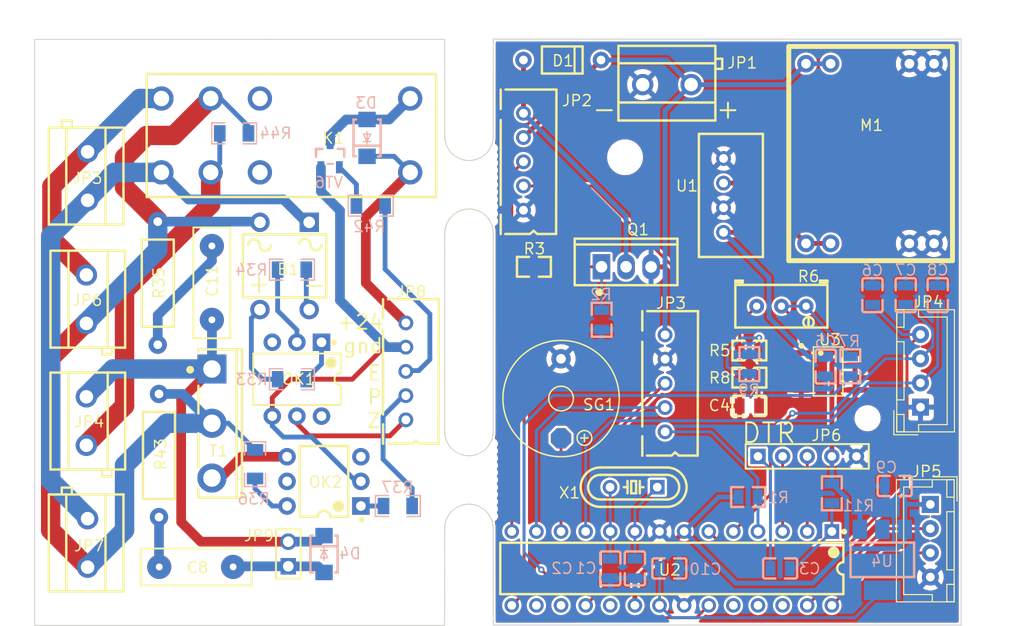
<source format=kicad_pcb>
(kicad_pcb (version 20211014) (generator pcbnew)
  (layers (0 "F.Cu" signal) (31 "B.Cu" signal) (34 "B.Paste" user) (35 "F.Paste" user) (36 "B.SilkS" user "B.Silkscreen") (37 "F.SilkS" user "F.Silkscreen") (38 "B.Mask" user) (39 "F.Mask" user) (44 "Edge.Cuts" user))
  (net 0 "")
  (net 1 "AC1_IN")
  (net 2 "HOT_GUN_AC2")
  (net 3 "AC1")
  (net 4 "GND")
  (net 5 "AC_ZERO")
  (net 6 "T1_1")
  (net 7 "T1_3")
  (net 8 "+24V")
  (net 9 "HOT_GUN_ENABLE")
  (net 10 "AC2")
  (net 11 "K1_8")
  (net 12 "GUN_POWER")
  (net 13 "OK2_6")
  (net 14 "OK1_1")
  (net 15 "B1_3")
  (net 16 "OK1_2")
  (net 17 "B1_4")
  (net 18 "VT6_2")
  (net 19 "R35_1")
  (net 20 "JP9_1")
  (net 21 "R43_1")
  (net 22 "OK2_1")
  (net 23 "+5V")
  (net 24 "24V")
  (net 25 "AC_RELAY")
  (net 26 "BTN")
  (net 27 "D1_1")
  (net 28 "ENC_L")
  (net 29 "ENC_R")
  (net 30 "FAN_POWER")
  (net 31 "GUN_REED")
  (net 32 "GUN_TEMP")
  (net 33 "JP6_1")
  (net 34 "R2_2")
  (net 35 "R5_1")
  (net 36 "R7_2")
  (net 37 "R8_1")
  (net 38 "R8_2")
  (net 39 "R9_2")
  (net 40 "SCL")
  (net 41 "SDA")
  (net 42 "SG1_+")
  (net 43 "U1_2")
  (net 44 "U2_1")
  (net 45 "U2_10")
  (net 46 "U2_2")
  (net 47 "U2_21")
  (net 48 "U2_3")
  (net 49 "U2_9")
  (footprint "easyeda:SOT-23-3_L2.9-W1.3-P1.90-LS2.4-TR" (layer "F.Cu") (at 136.759 76.34 90)
    (fp_text reference "VT6")
    (fp_text value "2N2222" hide)
  )
  (footprint "easyeda:DIO-BG-TH_DF" (layer "F.Cu") (at 132.06 87.77 -90)
    (fp_text reference "B1")
    (fp_text value "-")
  )
  (footprint "easyeda:DIP-6_L7.3-W6.5-P2.54-LS7.6-BL" (layer "F.Cu") (at 136.124 109.995 90)
    (fp_text reference "OK2")
    (fp_text value "MOC3052" hide)
  )
  (footprint "easyeda:R0805" (layer "F.Cu") (at 180.01 97.894 90)
    (fp_text reference "R9")
    (fp_text value "1k" hide)
  )
  (footprint "easyeda:R_AXIAL-0.5" (layer "F.Cu") (at 119.106 107.327 90)
    (fp_text reference "R43")
    (fp_text value "1.8k" hide)
  )
  (footprint "easyeda:C0805" (layer "F.Cu") (at 194.996 110.467 180)
    (fp_text reference "C9")
    (fp_text value "100u" hide)
  )
  (footprint "easyeda:HDR-M-2.54_1X2" (layer "F.Cu") (at 132.441 117.487 90)
    (fp_text reference "JP9")
    (fp_text value "LED" hide)
  )
  (footprint "easyeda:RES-ADJ_3296W" (layer "F.Cu") (at 183.312 91.925 -90)
    (fp_text reference "R6")
    (fp_text value "500k" hide)
  )
  (footprint "easyeda:R0805" (layer "F.Cu") (at 164.77 93.322 -90)
    (fp_text reference "R2")
    (fp_text value "10k" hide)
  )
  (footprint "easyeda:C0805" (layer "F.Cu") (at 168.199 118.976 90)
    (fp_text reference "C1")
    (fp_text value "22pF" hide)
  )
  (footprint "easyeda:C0805" (layer "F.Cu") (at 171.755 118.976)
    (fp_text reference "C10")
    (fp_text value "100u" hide)
  )
  (footprint "easyeda:AMS_1117" (layer "F.Cu") (at 193.726 118.087 180)
    (fp_text reference "U4")
    (fp_text value "1117-3.3" hide)
  )
  (footprint "easyeda:TOP3_L15.3-W4.5-P5.60-L" (layer "F.Cu") (at 124.567 104.026 -90)
    (fp_text reference "T1")
    (fp_text value "BTA41-600BRG" hide)
  )
  (footprint "easyeda:R1206" (layer "F.Cu") (at 140.95 81.547 180)
    (fp_text reference "R42")
    (fp_text value "1k" hide)
  )
  (footprint "easyeda:R1206" (layer "F.Cu") (at 132.822 88.151)
    (fp_text reference "R34")
    (fp_text value "43k" hide)
  )
  (footprint "easyeda:TME 0505S" (layer "F.Cu") (at 172.263 79.225 90)
    (fp_text reference "U1")
    (fp_text value "TME 0505S" hide)
  )
  (footprint "easyeda:R0805" (layer "F.Cu") (at 188.519 111.229 90)
    (fp_text reference "R11")
    (fp_text value "10k" hide)
  )
  (footprint "easyeda:SMAF_L3.5-W2.6-LS4.7-RD" (layer "F.Cu") (at 140.569 74.561 -90)
    (fp_text reference "D3")
    (fp_text value "1N4001" hide)
  )
  (footprint "AutoGenerated:MountingHole_3.20mm" (layer "F.Cu") (at 111.613 69.608)
    (fp_text reference "")
    (fp_text value "")
  )
  (footprint "easyeda:RAD-0.3" (layer "F.Cu") (at 122.94 118.82)
    (fp_text reference "C8")
    (fp_text value "100nF" hide)
  )
  (footprint "easyeda:CONN-TH_P5.00_KF301-5.0-2P" (layer "F.Cu") (at 111.613 103.771 -90)
    (fp_text reference "JP4")
    (fp_text value "GUN" hide)
  )
  (footprint "easyeda:R0805" (layer "F.Cu") (at 180.01 99.291 180)
    (fp_text reference "R8")
    (fp_text value "10k" hide)
  )
  (footprint "easyeda:HDR-M-2.54_1X5" (layer "F.Cu") (at 185.979 107.419)
    (fp_text reference "JP6")
    (fp_text value "UART" hide)
  )
  (footprint "AutoGenerated:MountingHole_3.20mm" (layer "F.Cu") (at 167.183 76.558)
    (fp_text reference "")
    (fp_text value "")
  )
  (footprint "easyeda:CONN-TH_P5.00_KF301-5.0-2P" (layer "F.Cu") (at 111.74 116.344 90)
    (fp_text reference "JP7")
    (fp_text value "TO AC-DC 24v" hide)
  )
  (footprint "easyeda:CONN-TH_P5.00_KF301-5.0-2P" (layer "F.Cu") (at 111.613 91.198 -90)
    (fp_text reference "JP6")
    (fp_text value "Main Switch" hide)
  )
  (footprint "mousebite:mouse-bite-5mm-slot" (layer "F.Cu") (at 151.09 79.4 90)
    (fp_text reference "mouse-bite-5mm-slot" hide)
    (fp_text value "VAL**" hide)
  )
  (footprint "easyeda:C0805" (layer "F.Cu") (at 180.01 102.212)
    (fp_text reference "C4")
    (fp_text value "100n" hide)
  )
  (footprint "easyeda:DIP-28_300MIL" (layer "F.Cu") (at 155.499 122.786)
    (fp_text reference "U2")
    (fp_text value "ATMEGA328P-PU" hide)
  )
  (footprint "easyeda:C0805" (layer "F.Cu") (at 199.441 90.782 90)
    (fp_text reference "C8")
    (fp_text value "100n" hide)
  )
  (footprint "AutoGenerated:MountingHole_2.20mm" (layer "F.Cu") (at 192.202 103.482)
    (fp_text reference "")
    (fp_text value "")
  )
  (footprint "easyeda:DIP-6_L8.5-W6.4-P2.54-LS7.6-BL" (layer "F.Cu") (at 133.33 99.454 180)
    (fp_text reference "OK1")
    (fp_text value "4N25M" hide)
  )
  (footprint "easyeda:CONN-TH_P5.00_KF301-5.0-2P" (layer "F.Cu") (at 171.501 69.065)
    (fp_text reference "JP1")
    (fp_text value "24v" hide)
  )
  (footprint "easyeda:C0805" (layer "F.Cu") (at 165.659 118.976 90)
    (fp_text reference "C2")
    (fp_text value "22pF" hide)
  )
  (footprint "easyeda:C0805" (layer "F.Cu") (at 183.185 118.976)
    (fp_text reference "C3")
    (fp_text value "100n" hide)
  )
  (footprint "easyeda:R0805" (layer "F.Cu") (at 157.785 87.861)
    (fp_text reference "R3")
    (fp_text value "100" hide)
  )
  (footprint "easyeda:JST_XH_B04B-XH-A_04X2.50MM_STRAIGHT" (layer "F.Cu") (at 198.679 112.372 -90)
    (fp_text reference "JP5")
    (fp_text value "REF")
  )
  (footprint "mousebite:mouse-bite-5mm-slot" (layer "F.Cu") (at 151.08 109.85 90)
    (fp_text reference "mouse-bite-5mm-slot" hide)
    (fp_text value "VAL**" hide)
  )
  (footprint "easyeda:CONN-TH_P5.00_KF301-5.0-2P" (layer "F.Cu") (at 111.74 78.498 90)
    (fp_text reference "JP3")
    (fp_text value "220v" hide)
  )
  (footprint "easyeda:R0805" (layer "F.Cu") (at 190.424 98.121 -90)
    (fp_text reference "R7")
    (fp_text value "470" hide)
  )
  (footprint "easyeda:C0805" (layer "F.Cu") (at 187.884 98.148 -90)
    (fp_text reference "C5")
    (fp_text value "100n" hide)
  )
  (footprint "easyeda:JST-XH-TH-5-2.5" (layer "F.Cu") (at 142.22 91.198 -90)
    (fp_text reference "JP8")
    (fp_text value "INTERFACE" hide)
  )
  (footprint "easyeda:R1206" (layer "F.Cu") (at 126.853 74.094 180)
    (fp_text reference "R44")
    (fp_text value "1M" hide)
  )
  (footprint "easyeda:R1206" (layer "F.Cu") (at 129.012 108.217 90)
    (fp_text reference "R36")
    (fp_text value "330" hide)
  )
  (footprint "easyeda:SOIC-8_L4.9-W3.9-P1.27-LS6.0-BL" (layer "F.Cu") (at 188.138 98.656 -90)
    (fp_text reference "U3")
    (fp_text value "LM358" hide)
  )
  (footprint "easyeda:JST-XH-TH-5-2.5" (layer "F.Cu") (at 154.356 69.573 -90)
    (fp_text reference "JP2")
    (fp_text value "Air Gun" hide)
  )
  (footprint "easyeda:R1206" (layer "F.Cu") (at 132.822 99.454 180)
    (fp_text reference "R33")
    (fp_text value "43k" hide)
  )
  (footprint "easyeda:R0805" (layer "F.Cu") (at 179.883 111.61 180)
    (fp_text reference "R1")
    (fp_text value "10k" hide)
  )
  (footprint "easyeda:JST_XH_B04B-XH-A_04X2.50MM_STRAIGHT" (layer "F.Cu") (at 197.663 102.339 90)
    (fp_text reference "JP4")
    (fp_text value "REF")
  )
  (footprint "easyeda:HC-49S" (layer "F.Cu") (at 168.072 110.594 180)
    (fp_text reference "X1")
    (fp_text value "16MHz" hide)
  )
  (footprint "easyeda:DO-41_BD2.8-L4.2-P8.00-D0.7-FD" (layer "F.Cu") (at 160.706 66.525)
    (fp_text reference "D1")
    (fp_text value "FR107" hide)
  )
  (footprint "easyeda:R_AXIAL-0.5" (layer "F.Cu") (at 118.979 89.547 90)
    (fp_text reference "R35")
    (fp_text value "39R" hide)
  )
  (footprint "easyeda:JST-XH-TH-5-2.5" (layer "F.Cu") (at 168.961 92.433 -90)
    (fp_text reference "JP3")
    (fp_text value "INTERFACE" hide)
  )
  (footprint "easyeda:TO-220-3_L10.0-W4.5-P2.54-L" (layer "F.Cu") (at 167.31 87.861)
    (fp_text reference "Q1")
    (fp_text value "IRFZ44NPBF" hide)
  )
  (footprint "easyeda:C0805" (layer "F.Cu") (at 196.139 90.782 90)
    (fp_text reference "C7")
    (fp_text value "100n" hide)
  )
  (footprint "easyeda:RELAY-HT14FD-SHG" (layer "F.Cu") (at 132.187 74.307 180)
    (fp_text reference "K1")
    (fp_text value "RTE24024" hide)
  )
  (footprint "easyeda:MP1584" (layer "F.Cu") (at 192.456 76.177 -90)
    (fp_text reference "M1")
    (fp_text value ".Designator")
  )
  (footprint "easyeda:RAD-0.3" (layer "F.Cu") (at 124.56 89.52 -90)
    (fp_text reference "C11")
    (fp_text value "10nF" hide)
  )
  (footprint "easyeda:SMAF_L3.5-W2.6-LS4.7-RD" (layer "F.Cu") (at 136.13 117.49 90)
    (fp_text reference "D4")
    (fp_text value "1N4001F" hide)
  )
  (footprint "easyeda:R0805" (layer "F.Cu") (at 180.01 96.497)
    (fp_text reference "R5")
    (fp_text value "10k" hide)
  )
  (footprint "AutoGenerated:MountingHole_3.20mm" (layer "F.Cu") (at 143.109 119.392)
    (fp_text reference "")
    (fp_text value "")
  )
  (footprint "easyeda:C0805" (layer "F.Cu") (at 192.71 90.782 90)
    (fp_text reference "C6")
    (fp_text value "100n" hide)
  )
  (footprint "easyeda:BUZZER" (layer "F.Cu") (at 160.579 101.45 -90)
    (fp_text reference "SG1")
    (fp_text value "BUZZER" hide)
  )
  (footprint "easyeda:R1206" (layer "F.Cu") (at 143.744 112.535 180)
    (fp_text reference "R37")
    (fp_text value "220" hide)
  )
  (gr_arc (start 153.58 104.85) (mid 151.08 107.35) (end 148.58 104.85) (layer "Edge.Cuts") (width 0.1))
  (gr_line (start 201.854 124.818) (end 154.356 124.818) (layer "Edge.Cuts") (width 0.1))
  (gr_line (start 153.58 104.85) (end 153.59 84.4) (layer "Edge.Cuts") (width 0.1))
  (gr_arc (start 148.59 84.4) (mid 151.09 81.9) (end 153.59 84.4) (layer "Edge.Cuts") (width 0.1))
  (gr_line (start 153.58 114.85) (end 153.594 124.564) (layer "Edge.Cuts") (width 0.1))
  (gr_line (start 106.279 124.853) (end 106.279 64.401) (layer "Edge.Cuts") (width 0.1))
  (gr_line (start 153.594 66.365) (end 153.59 74.39) (layer "Edge.Cuts") (width 0.1))
  (gr_line (start 154.356 124.818) (end 153.594 124.818) (layer "Edge.Cuts") (width 0.1))
  (gr_line (start 153.594 64.366) (end 153.594 64.714) (layer "Edge.Cuts") (width 0.1))
  (gr_line (start 153.594 66.365) (end 153.594 64.714) (layer "Edge.Cuts") (width 0.1))
  (gr_arc (start 153.59 74.39) (mid 151.09 76.89) (end 148.59 74.39) (layer "Edge.Cuts") (width 0.1))
  (gr_line (start 148.57 124.853) (end 106.279 124.853) (layer "Edge.Cuts") (width 0.1))
  (gr_line (start 201.854 65.001) (end 201.854 124.818) (layer "Edge.Cuts") (width 0.1))
  (gr_line (start 201.346 64.366) (end 201.854 64.366) (layer "Edge.Cuts") (width 0.1))
  (gr_line (start 130.191 64.402) (end 148.58 64.4) (layer "Edge.Cuts") (width 0.1))
  (gr_line (start 148.57 124.853) (end 148.58 114.85) (layer "Edge.Cuts") (width 0.1))
  (gr_arc (start 148.58 114.85) (mid 151.08 112.35) (end 153.58 114.85) (layer "Edge.Cuts") (width 0.1))
  (gr_line (start 153.848 64.366) (end 153.594 64.366) (layer "Edge.Cuts") (width 0.1))
  (gr_line (start 153.594 124.564) (end 153.594 124.818) (layer "Edge.Cuts") (width 0.1))
  (gr_line (start 153.848 64.366) (end 201.346 64.366) (layer "Edge.Cuts") (width 0.1))
  (gr_line (start 106.279 64.401) (end 130.191 64.402) (layer "Edge.Cuts") (width 0.1))
  (gr_line (start 148.59 84.4) (end 148.58 104.85) (layer "Edge.Cuts") (width 0.1))
  (gr_line (start 148.59 74.39) (end 148.58 64.4) (layer "Edge.Cuts") (width 0.1))
  (gr_line (start 201.854 64.366) (end 201.854 65.001) (layer "Edge.Cuts") (width 0.1))
  (gr_text "+24" (at 137.36 93.57) (layer "F.SilkS") (effects (font (size 1.5 1.5) (thickness 0.203)) (justify left)))
  (gr_text "E" (at 140.51 98.81) (layer "F.SilkS") (effects (font (size 1.5 1.5) (thickness 0.203)) (justify left)))
  (gr_text "-" (at 163.66 71.55) (layer "F.SilkS") (effects (font (size 2.032 2.032) (thickness 0.203)) (justify left)))
  (gr_text "P" (at 140.48 101.31) (layer "F.SilkS") (effects (font (size 1.5 1.5) (thickness 0.203)) (justify left)))
  (gr_text "Z" (at 140.44 103.72) (layer "F.SilkS") (effects (font (size 1.5 1.5) (thickness 0.203)) (justify left)))
  (gr_text "+" (at 129.27 91.09 90) (layer "F.SilkS") (effects (font (size 2.032 2.032) (thickness 0.203)) (justify left)))
  (gr_text "+" (at 176.41 71.55) (layer "F.SilkS") (effects (font (size 2.032 2.032) (thickness 0.203)) (justify left)))
  (gr_text "gnd" (at 137.99 96.01) (layer "F.SilkS") (effects (font (size 1.5 1.5) (thickness 0.203)) (justify left)))
  (gr_text "DTR" (at 179.07 105.01) (layer "F.SilkS") (effects (font (size 2.032 2.032) (thickness 0.203)) (justify left)))
  (segment (start 111.613 93.571) (end 107.93 97.254) (width 2) (layer "F.Cu") (net 1))
  (segment (start 107.93 115.034) (end 111.613 118.717) (width 2) (layer "F.Cu") (net 1))
  (segment (start 115.55 79.641) (end 118.979 83.07) (width 2) (layer "F.Cu") (net 1))
  (segment (start 117.836 74.308) (end 115.55 76.594) (width 2) (layer "F.Cu") (net 1))
  (segment (start 120.627 74.308) (end 117.836 74.308) (width 2) (layer "F.Cu") (net 1))
  (segment (start 107.93 97.254) (end 107.93 115.034) (width 2) (layer "F.Cu") (net 1))
  (segment (start 115.55 76.593) (end 115.55 79.641) (width 2) (layer "F.Cu") (net 1))
  (segment (start 124.437 70.498) (end 120.627 74.308) (width 2) (layer "F.Cu") (net 1))
  (segment (start 124.567 104) (end 121.544 100.977) (width 1) (layer "B.Cu") (net 1))
  (segment (start 118.979 83.197) (end 129.448 83.197) (width 1) (layer "B.Cu") (net 1))
  (segment (start 126.275 104.001) (end 124.567 104.001) (width 0.5) (layer "B.Cu") (net 1))
  (segment (start 128.331 73.373) (end 128.331 74.094) (width 0.5) (layer "B.Cu") (net 1))
  (segment (start 118.979 86.118) (end 118.979 83.197) (width 2) (layer "B.Cu") (net 1))
  (segment (start 129.448 83.197) (end 129.52 83.269) (width 1) (layer "B.Cu") (net 1))
  (segment (start 121.544 100.977) (end 119.106 100.977) (width 1) (layer "B.Cu") (net 1))
  (segment (start 125.456 70.498) (end 128.331 73.373) (width 0.5) (layer "B.Cu") (net 1))
  (segment (start 119.892 104.001) (end 115.55 108.343) (width 2) (layer "B.Cu") (net 1))
  (segment (start 115.55 108.343) (end 115.55 115.034) (width 2) (layer "B.Cu") (net 1))
  (segment (start 124.566 104.001) (end 119.892 104.001) (width 2) (layer "B.Cu") (net 1))
  (segment (start 111.613 93.571) (end 118.979 86.118) (width 2) (layer "B.Cu") (net 1))
  (segment (start 115.55 115.034) (end 111.74 118.844) (width 2) (layer "B.Cu") (net 1))
  (segment (start 118.979 83.197) (end 119.052 83.27) (width 1) (layer "B.Cu") (net 1))
  (segment (start 129.519 83.27) (end 129.52 83.269) (width 1) (layer "B.Cu") (net 1))
  (segment (start 124.437 70.498) (end 125.456 70.498) (width 0.5) (layer "B.Cu") (net 1))
  (segment (start 129.012 106.738) (end 126.275 104.001) (width 0.5) (layer "B.Cu") (net 1))
  (segment (start 118.979 83.198) (end 118.979 83.197) (width 1) (layer "B.Cu") (net 1))
  (segment (start 115.55 90.31) (end 115.55 102.207) (width 2) (layer "F.Cu") (net 2))
  (segment (start 124.437 78.118) (end 124.437 81.422) (width 2) (layer "F.Cu") (net 2))
  (segment (start 124.437 81.422) (end 115.55 90.31) (width 2) (layer "F.Cu") (net 2))
  (segment (start 115.55 102.207) (end 111.613 106.144) (width 2) (layer "F.Cu") (net 2))
  (segment (start 125.374 77.18) (end 124.437 78.117) (width 0.5) (layer "B.Cu") (net 2))
  (segment (start 125.374 74.094) (end 125.374 77.18) (width 0.5) (layer "B.Cu") (net 2))
  (segment (start 111.74 75.998) (end 111.613 75.998) (width 2) (layer "F.Cu") (net 3))
  (segment (start 108.057 85.015) (end 111.613 88.571) (width 2) (layer "F.Cu") (net 3))
  (segment (start 108.057 79.554) (end 108.057 85.015) (width 2) (layer "F.Cu") (net 3))
  (segment (start 111.613 75.998) (end 108.057 79.554) (width 2) (layer "F.Cu") (net 3))
  (segment (start 117.115 70.498) (end 119.357 70.498) (width 2) (layer "B.Cu") (net 3))
  (segment (start 111.74 75.873) (end 117.115 70.498) (width 2) (layer "B.Cu") (net 3))
  (segment (start 111.74 75.998) (end 111.74 75.873) (width 2) (layer "B.Cu") (net 3))
  (segment (start 142.35 96.149) (end 139.045 99.454) (width 0.5) (layer "F.Cu") (net 4))
  (segment (start 144.569 96.149) (end 142.35 96.149) (width 0.5) (layer "F.Cu") (net 4))
  (segment (start 132.695 99.454) (end 130.79 101.359) (width 0.5) (layer "F.Cu") (net 4))
  (segment (start 130.79 101.359) (end 130.79 103.264) (width 0.5) (layer "F.Cu") (net 4))
  (segment (start 139.045 99.454) (end 132.695 99.454) (width 0.5) (layer "F.Cu") (net 4))
  (segment (start 130.79 104.28) (end 131.933 105.423) (width 0.5) (layer "B.Cu") (net 4))
  (segment (start 135.809 77.589) (end 135.809 80.089) (width 1) (layer "B.Cu") (net 4))
  (segment (start 130.79 103.264) (end 130.79 104.28) (width 0.5) (layer "B.Cu") (net 4))
  (segment (start 139.426 109.995) (end 139.934 109.995) (width 0.5) (layer "B.Cu") (net 4))
  (segment (start 131.933 105.423) (end 134.854 105.423) (width 0.5) (layer "B.Cu") (net 4))
  (segment (start 137.775 82.055) (end 137.775 91.326) (width 1) (layer "B.Cu") (net 4))
  (segment (start 134.854 105.423) (end 139.426 109.995) (width 0.5) (layer "B.Cu") (net 4))
  (segment (start 137.775 91.326) (end 142.598 96.149) (width 1) (layer "B.Cu") (net 4))
  (segment (start 142.598 96.149) (end 144.569 96.149) (width 1) (layer "B.Cu") (net 4))
  (segment (start 135.809 80.089) (end 137.775 82.055) (width 1) (layer "B.Cu") (net 4))
  (segment (start 133.33 103.264) (end 133.33 104.026) (width 0.5) (layer "F.Cu") (net 5))
  (segment (start 133.33 104.026) (end 134.6 105.296) (width 0.5) (layer "F.Cu") (net 5))
  (segment (start 142.924 105.296) (end 144.569 103.647) (width 0.5) (layer "F.Cu") (net 5))
  (segment (start 134.6 105.296) (end 142.924 105.296) (width 0.5) (layer "F.Cu") (net 5))
  (segment (start 180.899 111.626) (end 180.899 115.166) (width 0.3) (layer "B.Cu") (net 5))
  (segment (start 171.311 104.882) (end 176.078 104.882) (width 0.3) (layer "B.Cu") (net 5))
  (segment (start 180.883 111.61) (end 180.899 111.626) (width 0.3) (layer "B.Cu") (net 5))
  (segment (start 180.884 109.69) (end 180.884 111.61) (width 0.3) (layer "B.Cu") (net 5))
  (segment (start 176.078 104.882) (end 180.884 109.69) (width 0.3) (layer "B.Cu") (net 5))
  (segment (start 121.392 101.575) (end 124.567 98.4) (width 1) (layer "F.Cu") (net 6))
  (segment (start 132.441 116.218) (end 123.424 116.218) (width 1) (layer "F.Cu") (net 6))
  (segment (start 121.392 114.186) (end 121.392 101.575) (width 1) (layer "F.Cu") (net 6))
  (segment (start 123.424 116.218) (end 121.392 114.186) (width 1) (layer "F.Cu") (net 6))
  (segment (start 135.503 116.217) (end 136.13 115.59) (width 1) (layer "B.Cu") (net 6))
  (segment (start 124.56 93.33) (end 124.567 93.337) (width 1) (layer "B.Cu") (net 6))
  (segment (start 114.357 98.4) (end 111.613 101.144) (width 2) (layer "B.Cu") (net 6))
  (segment (start 124.567 93.337) (end 124.567 98.4) (width 1) (layer "B.Cu") (net 6))
  (segment (start 132.441 116.217) (end 135.503 116.217) (width 1) (layer "B.Cu") (net 6))
  (segment (start 124.567 98.4) (end 114.357 98.4) (width 2) (layer "B.Cu") (net 6))
  (segment (start 125.419 109.65) (end 127.615 107.454) (width 1) (layer "F.Cu") (net 7))
  (segment (start 127.615 107.454) (end 132.314 107.454) (width 1) (layer "F.Cu") (net 7))
  (segment (start 124.567 109.65) (end 125.419 109.65) (width 1) (layer "F.Cu") (net 7))
  (segment (start 145.017 78.118) (end 140.442 82.692) (width 1) (layer "F.Cu") (net 8))
  (segment (start 140.442 89.52) (end 144.569 93.647) (width 1) (layer "F.Cu") (net 8))
  (segment (start 140.442 82.692) (end 140.442 89.52) (width 1) (layer "F.Cu") (net 8))
  (segment (start 143.361 76.461) (end 140.569 76.461) (width 0.5) (layer "B.Cu") (net 8))
  (segment (start 145.017 78.117) (end 143.361 76.461) (width 0.5) (layer "B.Cu") (net 8))
  (segment (start 144.653 98.565) (end 145.903 98.565) (width 0.5) (layer "B.Cu") (net 9))
  (segment (start 145.903 98.565) (end 147.046 97.422) (width 0.5) (layer "B.Cu") (net 9))
  (segment (start 144.569 98.648) (end 144.653 98.565) (width 0.5) (layer "B.Cu") (net 9))
  (segment (start 147.046 97.422) (end 147.046 92.723) (width 0.5) (layer "B.Cu") (net 9))
  (segment (start 142.429 81.547) (end 142.429 88.105) (width 0.5) (layer "B.Cu") (net 9))
  (segment (start 142.429 88.105) (end 147.046 92.723) (width 0.5) (layer "B.Cu") (net 9))
  (segment (start 119.357 78.118) (end 122.151 80.912) (width 1) (layer "B.Cu") (net 10))
  (segment (start 131.933 80.912) (end 134.29 83.269) (width 1) (layer "B.Cu") (net 10))
  (segment (start 122.151 80.912) (end 131.933 80.912) (width 1) (layer "B.Cu") (net 10))
  (segment (start 107.93 84.681) (end 107.93 109.907) (width 2) (layer "B.Cu") (net 10))
  (segment (start 107.93 109.907) (end 111.74 113.717) (width 2) (layer "B.Cu") (net 10))
  (segment (start 134.29 83.269) (end 134.6 83.269) (width 1) (layer "B.Cu") (net 10))
  (segment (start 119.357 78.117) (end 114.494 78.117) (width 2) (layer "B.Cu") (net 10))
  (segment (start 111.74 80.871) (end 107.93 84.681) (width 2) (layer "B.Cu") (net 10))
  (segment (start 114.494 78.117) (end 111.74 80.871) (width 2) (layer "B.Cu") (net 10))
  (segment (start 136.759 75.09) (end 136.759 74.308) (width 1) (layer "B.Cu") (net 11))
  (segment (start 138.405 72.662) (end 140.569 72.662) (width 1) (layer "B.Cu") (net 11))
  (segment (start 145.017 70.497) (end 142.853 72.661) (width 1) (layer "B.Cu") (net 11))
  (segment (start 136.759 74.308) (end 138.405 72.662) (width 1) (layer "B.Cu") (net 11))
  (segment (start 142.853 72.661) (end 140.569 72.661) (width 1) (layer "B.Cu") (net 11))
  (segment (start 145.222 112.535) (end 145.222 110.711) (width 0.5) (layer "B.Cu") (net 12))
  (segment (start 158.039 104.752) (end 158.039 115.166) (width 0.3) (layer "B.Cu") (net 12))
  (segment (start 142.22 107.709) (end 142.22 103.264) (width 0.5) (layer "B.Cu") (net 12))
  (segment (start 160.408 102.383) (end 158.039 104.752) (width 0.3) (layer "B.Cu") (net 12))
  (segment (start 142.22 103.264) (end 144.336 101.148) (width 0.5) (layer "B.Cu") (net 12))
  (segment (start 145.222 110.711) (end 142.22 107.709) (width 0.5) (layer "B.Cu") (net 12))
  (segment (start 144.336 101.148) (end 144.569 101.148) (width 0.5) (layer "B.Cu") (net 12))
  (segment (start 171.311 102.383) (end 160.408 102.383) (width 0.3) (layer "B.Cu") (net 12))
  (segment (start 129.012 109.695) (end 129.012 110.757) (width 0.5) (layer "B.Cu") (net 13))
  (segment (start 129.012 110.757) (end 130.79 112.535) (width 0.5) (layer "B.Cu") (net 13))
  (segment (start 130.79 112.535) (end 132.314 112.535) (width 0.5) (layer "B.Cu") (net 13))
  (segment (start 135.87 97.884) (end 135.87 95.644) (width 0.5) (layer "B.Cu") (net 14))
  (segment (start 134.301 99.454) (end 135.87 97.884) (width 0.5) (layer "B.Cu") (net 14))
  (segment (start 128.631 93.16) (end 128.631 98.311) (width 0.5) (layer "B.Cu") (net 15))
  (segment (start 129.774 99.454) (end 131.344 99.454) (width 0.5) (layer "B.Cu") (net 15))
  (segment (start 128.631 98.311) (end 129.774 99.454) (width 0.5) (layer "B.Cu") (net 15))
  (segment (start 129.52 92.271) (end 128.631 93.16) (width 0.5) (layer "B.Cu") (net 15))
  (segment (start 131.344 92.387) (end 133.33 94.374) (width 0.5) (layer "B.Cu") (net 16))
  (segment (start 133.33 94.374) (end 133.33 95.644) (width 0.5) (layer "B.Cu") (net 16))
  (segment (start 131.344 88.151) (end 131.344 92.387) (width 0.5) (layer "B.Cu") (net 16))
  (segment (start 134.301 88.151) (end 134.301 91.971) (width 0.5) (layer "B.Cu") (net 17))
  (segment (start 134.301 91.971) (end 134.6 92.271) (width 0.5) (layer "B.Cu") (net 17))
  (segment (start 139.471 79.352) (end 139.471 81.547) (width 0.5) (layer "B.Cu") (net 18))
  (segment (start 137.709 77.589) (end 139.471 79.352) (width 0.5) (layer "B.Cu") (net 18))
  (segment (start 124.56 87.269) (end 124.56 85.71) (width 1) (layer "B.Cu") (net 19))
  (segment (start 118.979 92.85) (end 124.56 87.269) (width 1) (layer "B.Cu") (net 19))
  (segment (start 124.468 85.71) (end 124.44 85.738) (width 1) (layer "B.Cu") (net 19))
  (segment (start 118.979 95.898) (end 118.979 92.85) (width 1) (layer "B.Cu") (net 19))
  (segment (start 126.75 118.82) (end 126.813 118.757) (width 1) (layer "B.Cu") (net 20))
  (segment (start 126.813 118.757) (end 132.441 118.757) (width 1) (layer "B.Cu") (net 20))
  (segment (start 126.98 119.011) (end 126.781 119.011) (width 1) (layer "B.Cu") (net 20))
  (segment (start 132.441 118.757) (end 135.497 118.757) (width 1) (layer "B.Cu") (net 20))
  (segment (start 135.497 118.757) (end 136.13 119.39) (width 1) (layer "B.Cu") (net 20))
  (segment (start 119.106 118.796) (end 119.13 118.82) (width 0.25) (layer "B.Cu") (net 21))
  (segment (start 119.106 113.677) (end 119.106 118.796) (width 1) (layer "B.Cu") (net 21))
  (segment (start 139.934 112.535) (end 142.265 112.535) (width 0.5) (layer "B.Cu") (net 22))
  (segment (start 180.137 84.305) (end 177.343 84.305) (width 0.5) (layer "F.Cu") (net 23))
  (segment (start 173.279 115.166) (end 168.199 120.246) (width 0.5) (layer "F.Cu") (net 23))
  (segment (start 188.519 97.894) (end 189.662 96.751) (width 0.5) (layer "F.Cu") (net 23))
  (segment (start 168.199 120.246) (end 168.199 122.786) (width 0.5) (layer "F.Cu") (net 23))
  (segment (start 190.91 95.078) (end 180.137 84.305) (width 0.5) (layer "F.Cu") (net 23))
  (segment (start 189.662 96.751) (end 190.91 96.751) (width 0.5) (layer "F.Cu") (net 23))
  (segment (start 188.519 107.419) (end 188.519 97.894) (width 0.5) (layer "F.Cu") (net 23))
  (segment (start 190.91 96.751) (end 190.91 95.078) (width 0.5) (layer "F.Cu") (net 23))
  (segment (start 186.092 97.118) (end 187.757 97.118) (width 0.5) (layer "B.Cu") (net 23))
  (segment (start 176.835 111.61) (end 178.883 111.61) (width 0.5) (layer "B.Cu") (net 23))
  (segment (start 195.258 116.944) (end 190.043 116.944) (width 0.5) (layer "B.Cu") (net 23))
  (segment (start 188.519 107.419) (end 188.519 110.229) (width 0.5) (layer "B.Cu") (net 23))
  (segment (start 190.043 111.737) (end 190.043 116.944) (width 0.5) (layer "B.Cu") (net 23))
  (segment (start 182.042 89.004) (end 182.042 93.068) (width 0.5) (layer "B.Cu") (net 23))
  (segment (start 196.037 114.937) (end 196.037 116.164) (width 0.5) (layer "B.Cu") (net 23))
  (segment (start 177.343 84.305) (end 182.042 89.004) (width 0.5) (layer "B.Cu") (net 23))
  (segment (start 182.042 93.068) (end 186.092 97.118) (width 0.5) (layer "B.Cu") (net 23))
  (segment (start 198.412 112.378) (end 196.152 112.365) (width 0.5) (layer "B.Cu") (net 23))
  (segment (start 196.037 110.508) (end 196.037 114.937) (width 0.5) (layer "B.Cu") (net 23))
  (segment (start 178.613 120.5) (end 173.279 115.166) (width 0.5) (layer "B.Cu") (net 23))
  (segment (start 190.043 116.944) (end 186.543 120.5) (width 0.5) (layer "B.Cu") (net 23))
  (segment (start 186.543 120.5) (end 178.613 120.5) (width 0.5) (layer "B.Cu") (net 23))
  (segment (start 188.519 110.228) (end 190.043 111.737) (width 0.5) (layer "B.Cu") (net 23))
  (segment (start 195.996 110.467) (end 196.037 110.508) (width 0.5) (layer "B.Cu") (net 23))
  (segment (start 196.037 116.164) (end 195.258 116.944) (width 0.5) (layer "B.Cu") (net 23))
  (segment (start 173.279 115.166) (end 176.835 111.61) (width 0.5) (layer "B.Cu") (net 23))
  (segment (start 164.704 66.525) (end 164.706 66.525) (width 0.5) (layer "F.Cu") (net 24))
  (segment (start 156.706 74.523) (end 164.704 66.525) (width 0.5) (layer "F.Cu") (net 24))
  (segment (start 188.392 66.906) (end 188.392 66.525) (width 0.5) (layer "B.Cu") (net 24))
  (segment (start 183.693 69.065) (end 185.852 66.906) (width 0.5) (layer "B.Cu") (net 24))
  (segment (start 164.706 66.525) (end 171.461 66.525) (width 0.5) (layer "B.Cu") (net 24))
  (segment (start 185.852 66.906) (end 186.741 66.906) (width 0.5) (layer "B.Cu") (net 24))
  (segment (start 186.741 66.906) (end 188.392 66.906) (width 0.5) (layer "B.Cu") (net 24))
  (segment (start 171.311 71.755) (end 174.001 69.065) (width 0.5) (layer "B.Cu") (net 24))
  (segment (start 171.461 66.525) (end 174.001 69.065) (width 0.5) (layer "B.Cu") (net 24))
  (segment (start 171.311 94.883) (end 171.311 71.755) (width 0.5) (layer "B.Cu") (net 24))
  (segment (start 174.001 69.065) (end 183.693 69.065) (width 0.5) (layer "B.Cu") (net 24))
  (segment (start 164.389 121.516) (end 164.389 117.325) (width 0.3) (layer "F.Cu") (net 25))
  (segment (start 164.389 106.805) (end 164.389 117.325) (width 0.3) (layer "F.Cu") (net 25))
  (segment (start 171.311 99.883) (end 164.389 106.805) (width 0.3) (layer "F.Cu") (net 25))
  (segment (start 163.119 122.786) (end 164.389 121.516) (width 0.3) (layer "F.Cu") (net 25))
  (segment (start 165.786 103.736) (end 163.119 106.403) (width 0.3) (layer "B.Cu") (net 26))
  (segment (start 199.441 98.061) (end 197.663 99.839) (width 0.3) (layer "B.Cu") (net 26))
  (segment (start 197.663 99.84) (end 192.288 99.84) (width 0.3) (layer "B.Cu") (net 26))
  (segment (start 188.392 103.736) (end 165.786 103.736) (width 0.3) (layer "B.Cu") (net 26))
  (segment (start 199.441 91.782) (end 199.441 98.061) (width 0.3) (layer "B.Cu") (net 26))
  (segment (start 163.119 106.403) (end 163.119 115.166) (width 0.3) (layer "B.Cu") (net 26))
  (segment (start 192.288 99.84) (end 188.392 103.736) (width 0.3) (layer "B.Cu") (net 26))
  (segment (start 156.706 66.525) (end 156.706 72.023) (width 0.5) (layer "F.Cu") (net 27))
  (segment (start 156.706 72.023) (end 156.706 72.023) (width 0.5) (layer "F.Cu") (net 27))
  (segment (start 167.29 82.606) (end 167.29 87.856) (width 0.5) (layer "B.Cu") (net 27))
  (segment (start 156.705 72.024) (end 167.29 82.606) (width 0.5) (layer "B.Cu") (net 27))
  (segment (start 178.359 115.166) (end 182.169 111.356) (width 0.3) (layer "F.Cu") (net 28))
  (segment (start 184.455 102.974) (end 182.169 105.26) (width 0.3) (layer "F.Cu") (net 28))
  (segment (start 182.169 105.26) (end 182.169 111.356) (width 0.3) (layer "F.Cu") (net 28))
  (via (at 184.455 102.974) (size 0.65) (drill 0.31) (layers "F.Cu" "B.Cu") (net 28))
  (segment (start 188.392 102.974) (end 184.455 102.974) (width 0.3) (layer "B.Cu") (net 28))
  (segment (start 197.663 97.338) (end 194.028 97.338) (width 0.3) (layer "B.Cu") (net 28))
  (segment (start 196.139 91.782) (end 196.377 91.782) (width 0.3) (layer "B.Cu") (net 28))
  (segment (start 196.377 91.782) (end 198.933 94.338) (width 0.3) (layer "B.Cu") (net 28))
  (segment (start 198.933 96.069) (end 197.663 97.339) (width 0.3) (layer "B.Cu") (net 28))
  (segment (start 198.933 94.338) (end 198.933 96.069) (width 0.3) (layer "B.Cu") (net 28))
  (segment (start 194.028 97.338) (end 188.392 102.974) (width 0.3) (layer "B.Cu") (net 28))
  (segment (start 176.962 116.309) (end 190.424 116.309) (width 0.3) (layer "F.Cu") (net 29))
  (segment (start 190.424 116.309) (end 196.266 110.467) (width 0.3) (layer "F.Cu") (net 29))
  (segment (start 196.266 96.235) (end 197.663 94.838) (width 0.3) (layer "F.Cu") (net 29))
  (segment (start 196.266 110.467) (end 196.266 96.235) (width 0.3) (layer "F.Cu") (net 29))
  (segment (start 175.819 115.166) (end 176.962 116.309) (width 0.3) (layer "F.Cu") (net 29))
  (segment (start 195.767 94.839) (end 197.663 94.839) (width 0.3) (layer "B.Cu") (net 29))
  (segment (start 192.71 91.782) (end 195.767 94.839) (width 0.3) (layer "B.Cu") (net 29))
  (segment (start 155.499 122.786) (end 156.769 121.516) (width 0.3) (layer "F.Cu") (net 30))
  (segment (start 156.784 87.861) (end 156.769 99.037) (width 0.3) (layer "F.Cu") (net 30))
  (segment (start 156.769 121.516) (end 156.769 99.037) (width 0.3) (layer "F.Cu") (net 30))
  (segment (start 156.706 77.023) (end 155.499 78.23) (width 0.3) (layer "F.Cu") (net 31))
  (segment (start 155.499 78.23) (end 155.499 79.098) (width 0.3) (layer "F.Cu") (net 31))
  (segment (start 155.499 115.293) (end 155.499 79.098) (width 0.3) (layer "F.Cu") (net 31))
  (segment (start 158.547 119.103) (end 161.849 122.405) (width 0.3) (layer "F.Cu") (net 32))
  (segment (start 174.549 124.056) (end 162.555 124.056) (width 0.3) (layer "F.Cu") (net 32))
  (segment (start 161.849 123.35) (end 161.849 122.405) (width 0.3) (layer "F.Cu") (net 32))
  (segment (start 162.555 124.056) (end 161.849 123.35) (width 0.3) (layer "F.Cu") (net 32))
  (segment (start 175.819 122.786) (end 174.549 124.056) (width 0.3) (layer "F.Cu") (net 32))
  (via (at 158.547 119.103) (size 0.65) (drill 0.31) (layers "F.Cu" "B.Cu") (net 32))
  (segment (start 188.585 101.132) (end 159.754 101.132) (width 0.3) (layer "B.Cu") (net 32))
  (segment (start 159.754 101.132) (end 156.769 104.117) (width 0.3) (layer "B.Cu") (net 32))
  (segment (start 156.769 117.325) (end 158.547 119.103) (width 0.3) (layer "B.Cu") (net 32))
  (segment (start 190.424 99.121) (end 190.424 99.316) (width 0.3) (layer "B.Cu") (net 32))
  (segment (start 190.424 99.316) (end 188.585 101.132) (width 0.3) (layer "B.Cu") (net 32))
  (segment (start 156.769 104.117) (end 156.769 117.325) (width 0.3) (layer "B.Cu") (net 32))
  (segment (start 182.185 108.705) (end 182.185 118.976) (width 0.3) (layer "B.Cu") (net 33))
  (segment (start 180.899 107.419) (end 182.185 108.705) (width 0.3) (layer "B.Cu") (net 33))
  (segment (start 164.75 87.856) (end 158.79 87.856) (width 0.3) (layer "F.Cu") (net 34))
  (segment (start 158.79 87.856) (end 158.785 87.861) (width 0.3) (layer "F.Cu") (net 34))
  (segment (start 164.75 87.856) (end 164.77 87.876) (width 0.3) (layer "B.Cu") (net 34))
  (segment (start 164.77 87.876) (end 164.77 92.322) (width 0.3) (layer "B.Cu") (net 34))
  (segment (start 180.762 91.925) (end 179.01 93.677) (width 0.3) (layer "F.Cu") (net 35))
  (segment (start 179.01 93.677) (end 179.01 96.497) (width 0.3) (layer "F.Cu") (net 35))
  (segment (start 185.366 93.968) (end 183.322 91.925) (width 0.3) (layer "F.Cu") (net 36))
  (segment (start 185.366 96.751) (end 185.366 93.968) (width 0.3) (layer "F.Cu") (net 36))
  (segment (start 185.862 91.925) (end 190.424 97.122) (width 0.3) (layer "B.Cu") (net 36))
  (segment (start 185.862 91.925) (end 183.322 91.925) (width 0.3) (layer "B.Cu") (net 36))
  (segment (start 181.01 99.291) (end 181.01 102.212) (width 0.3) (layer "F.Cu") (net 37))
  (segment (start 181.01 99.291) (end 185.366 99.291) (width 0.3) (layer "F.Cu") (net 37))
  (segment (start 177.47 99.291) (end 179.009 99.291) (width 0.3) (layer "F.Cu") (net 38))
  (segment (start 163.797 79.522) (end 173.533 89.258) (width 0.3) (layer "F.Cu") (net 38))
  (segment (start 173.533 95.354) (end 177.47 99.291) (width 0.3) (layer "F.Cu") (net 38))
  (segment (start 156.705 79.522) (end 163.797 79.522) (width 0.3) (layer "F.Cu") (net 38))
  (segment (start 173.533 89.258) (end 173.533 95.354) (width 0.3) (layer "F.Cu") (net 38))
  (segment (start 181.407 98.021) (end 181.01 97.624) (width 0.3) (layer "F.Cu") (net 39))
  (segment (start 185.366 98.021) (end 181.407 98.021) (width 0.3) (layer "F.Cu") (net 39))
  (segment (start 181.01 96.497) (end 181.01 95.183) (width 0.3) (layer "F.Cu") (net 39))
  (segment (start 181.01 96.497) (end 181.01 97.624) (width 0.3) (layer "F.Cu") (net 39))
  (via (at 181.01 95.183) (size 0.65) (drill 0.31) (layers "F.Cu" "B.Cu") (net 39))
  (segment (start 179.164 95.184) (end 181.011 95.184) (width 0.3) (layer "B.Cu") (net 39))
  (segment (start 180.01 98.895) (end 178.74 98.91) (width 0.3) (layer "B.Cu") (net 39))
  (segment (start 177.724 96.624) (end 179.164 95.184) (width 0.3) (layer "B.Cu") (net 39))
  (segment (start 177.724 98.156) (end 177.724 96.624) (width 0.3) (layer "B.Cu") (net 39))
  (segment (start 178.74 98.91) (end 177.724 98.156) (width 0.3) (layer "B.Cu") (net 39))
  (segment (start 188.519 122.786) (end 193.933 117.372) (width 0.3) (layer "F.Cu") (net 40))
  (segment (start 193.933 117.372) (end 198.679 117.372) (width 0.3) (layer "F.Cu") (net 40))
  (segment (start 193.893 114.872) (end 198.679 114.872) (width 0.3) (layer "F.Cu") (net 41))
  (segment (start 185.979 122.786) (end 193.893 114.872) (width 0.3) (layer "F.Cu") (net 41))
  (segment (start 160.579 105.55) (end 160.579 115.166) (width 0.3) (layer "F.Cu") (net 42))
  (segment (start 179.629 79.225) (end 185.852 85.448) (width 0.5) (layer "F.Cu") (net 43))
  (segment (start 185.852 85.448) (end 188.519 85.448) (width 0.5) (layer "F.Cu") (net 43))
  (segment (start 177.343 79.225) (end 179.629 79.225) (width 0.5) (layer "F.Cu") (net 43))
  (segment (start 188.519 85.448) (end 188.392 85.448) (width 0.5) (layer "F.Cu") (net 43))
  (segment (start 184.709 118.976) (end 184.185 118.976) (width 0.3) (layer "B.Cu") (net 44))
  (segment (start 188.519 115.166) (end 184.709 118.976) (width 0.3) (layer "B.Cu") (net 44))
  (segment (start 188.519 112.229) (end 188.519 115.166) (width 0.3) (layer "B.Cu") (net 44))
  (segment (start 165.634 110.594) (end 165.659 110.619) (width 0.3) (layer "B.Cu") (net 45))
  (segment (start 165.659 115.166) (end 165.659 117.976) (width 0.3) (layer "B.Cu") (net 45))
  (segment (start 165.659 110.619) (end 165.659 115.166) (width 0.3) (layer "B.Cu") (net 45))
  (segment (start 185.979 115.166) (end 185.979 107.419) (width 0.3) (layer "F.Cu") (net 46))
  (segment (start 190.907 124.056) (end 172.009 124.056) (width 0.3) (layer "B.Cu") (net 47))
  (segment (start 170.754 118.976) (end 170.739 122.786) (width 0.3) (layer "B.Cu") (net 47))
  (segment (start 193.726 121.237) (end 190.907 124.056) (width 0.3) (layer "B.Cu") (net 47))
  (segment (start 172.009 124.056) (end 170.739 122.786) (width 0.3) (layer "B.Cu") (net 47))
  (segment (start 183.439 107.419) (end 183.439 115.166) (width 0.3) (layer "F.Cu") (net 48))
  (segment (start 168.199 112.905) (end 168.199 115.166) (width 0.3) (layer "B.Cu") (net 49))
  (segment (start 168.199 115.166) (end 168.199 117.976) (width 0.3) (layer "B.Cu") (net 49))
  (segment (start 170.51 110.594) (end 168.199 112.905) (width 0.3) (layer "B.Cu") (net 49))
  (zone (net 4) (net_name "GND") (layer "F.Cu") (connect_pads (clearance 0.254)) (min_thickness 0.254) (fill yes (thermal_gap 0.508) (thermal_bridge_width 0.508))
    (polygon (pts (xy 153.465 64.784) (xy 153.465 124.944) (xy 201.985 124.944) (xy 201.985 64.234) (xy 153.465 64.234) (xy 153.465 64.644)))
  )
  (zone (net 4) (net_name "GND") (layer "B.Cu") (connect_pads (clearance 0.254)) (min_thickness 0.254) (fill yes (thermal_gap 0.508) (thermal_bridge_width 0.508))
    (polygon (pts (xy 153.465 67.564) (xy 153.465 124.944) (xy 201.985 124.944) (xy 201.985 64.234) (xy 153.765 64.234) (xy 153.465 64.234)))
  )
)
</source>
